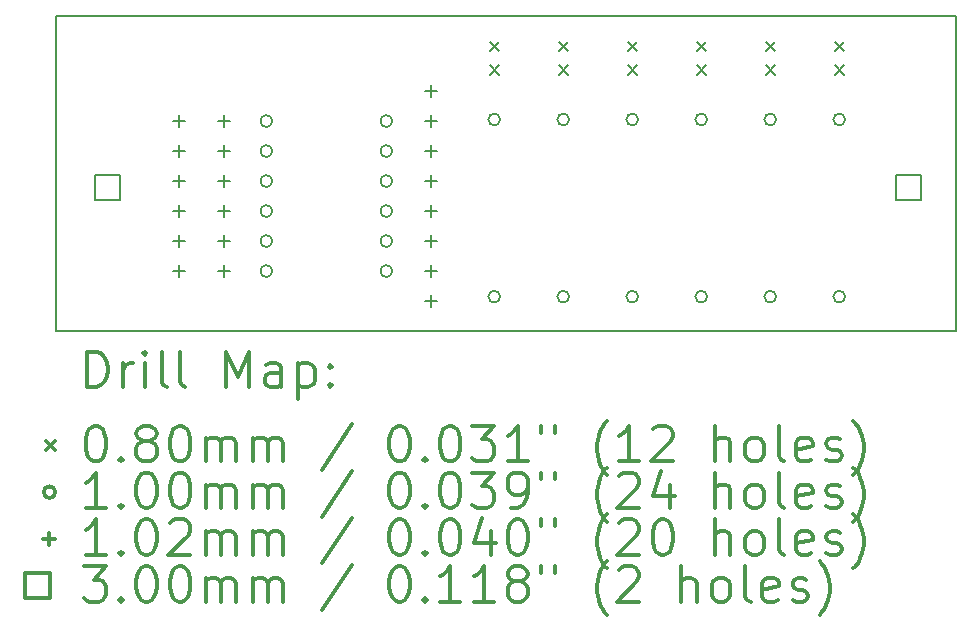
<source format=gbr>
%FSLAX45Y45*%
G04 Gerber Fmt 4.5, Leading zero omitted, Abs format (unit mm)*
G04 Created by KiCad (PCBNEW 0.201601262101+6516~42~ubuntu15.10.1-product) date Wed 27 Jan 2016 02:25:15 PM CET*
%MOMM*%
G01*
G04 APERTURE LIST*
%ADD10C,0.127000*%
%ADD11C,0.150000*%
%ADD12C,0.200000*%
%ADD13C,0.300000*%
G04 APERTURE END LIST*
D10*
D11*
X7620000Y-13360400D02*
X7620000Y-12039600D01*
X15240000Y-13360400D02*
X7620000Y-13360400D01*
X15240000Y-10693400D02*
X15240000Y-13360400D01*
X7620000Y-10693400D02*
X15240000Y-10693400D01*
X7620000Y-12065000D02*
X7620000Y-10693400D01*
D12*
X11288400Y-10910600D02*
X11368400Y-10990600D01*
X11368400Y-10910600D02*
X11288400Y-10990600D01*
X11288400Y-11110600D02*
X11368400Y-11190600D01*
X11368400Y-11110600D02*
X11288400Y-11190600D01*
X11872600Y-10910600D02*
X11952600Y-10990600D01*
X11952600Y-10910600D02*
X11872600Y-10990600D01*
X11872600Y-11110600D02*
X11952600Y-11190600D01*
X11952600Y-11110600D02*
X11872600Y-11190600D01*
X12456800Y-10910600D02*
X12536800Y-10990600D01*
X12536800Y-10910600D02*
X12456800Y-10990600D01*
X12456800Y-11110600D02*
X12536800Y-11190600D01*
X12536800Y-11110600D02*
X12456800Y-11190600D01*
X13041000Y-10910600D02*
X13121000Y-10990600D01*
X13121000Y-10910600D02*
X13041000Y-10990600D01*
X13041000Y-11110600D02*
X13121000Y-11190600D01*
X13121000Y-11110600D02*
X13041000Y-11190600D01*
X13625200Y-10910600D02*
X13705200Y-10990600D01*
X13705200Y-10910600D02*
X13625200Y-10990600D01*
X13625200Y-11110600D02*
X13705200Y-11190600D01*
X13705200Y-11110600D02*
X13625200Y-11190600D01*
X14209400Y-10910600D02*
X14289400Y-10990600D01*
X14289400Y-10910600D02*
X14209400Y-10990600D01*
X14209400Y-11110600D02*
X14289400Y-11190600D01*
X14289400Y-11110600D02*
X14209400Y-11190600D01*
X9448038Y-11582400D02*
G75*
G03X9448038Y-11582400I-50038J0D01*
G01*
X9448038Y-11836400D02*
G75*
G03X9448038Y-11836400I-50038J0D01*
G01*
X9448038Y-12090400D02*
G75*
G03X9448038Y-12090400I-50038J0D01*
G01*
X9448038Y-12344400D02*
G75*
G03X9448038Y-12344400I-50038J0D01*
G01*
X9448038Y-12598400D02*
G75*
G03X9448038Y-12598400I-50038J0D01*
G01*
X9448038Y-12852400D02*
G75*
G03X9448038Y-12852400I-50038J0D01*
G01*
X10464038Y-11582400D02*
G75*
G03X10464038Y-11582400I-50038J0D01*
G01*
X10464038Y-11836400D02*
G75*
G03X10464038Y-11836400I-50038J0D01*
G01*
X10464038Y-12090400D02*
G75*
G03X10464038Y-12090400I-50038J0D01*
G01*
X10464038Y-12344400D02*
G75*
G03X10464038Y-12344400I-50038J0D01*
G01*
X10464038Y-12598400D02*
G75*
G03X10464038Y-12598400I-50038J0D01*
G01*
X10464038Y-12852400D02*
G75*
G03X10464038Y-12852400I-50038J0D01*
G01*
X11378438Y-11569000D02*
G75*
G03X11378438Y-11569000I-50038J0D01*
G01*
X11378438Y-13069000D02*
G75*
G03X11378438Y-13069000I-50038J0D01*
G01*
X11962638Y-11569000D02*
G75*
G03X11962638Y-11569000I-50038J0D01*
G01*
X11962638Y-13069000D02*
G75*
G03X11962638Y-13069000I-50038J0D01*
G01*
X12546838Y-11569000D02*
G75*
G03X12546838Y-11569000I-50038J0D01*
G01*
X12546838Y-13069000D02*
G75*
G03X12546838Y-13069000I-50038J0D01*
G01*
X13131038Y-11569000D02*
G75*
G03X13131038Y-11569000I-50038J0D01*
G01*
X13131038Y-13069000D02*
G75*
G03X13131038Y-13069000I-50038J0D01*
G01*
X13715238Y-11569000D02*
G75*
G03X13715238Y-11569000I-50038J0D01*
G01*
X13715238Y-13069000D02*
G75*
G03X13715238Y-13069000I-50038J0D01*
G01*
X14299438Y-11569000D02*
G75*
G03X14299438Y-11569000I-50038J0D01*
G01*
X14299438Y-13069000D02*
G75*
G03X14299438Y-13069000I-50038J0D01*
G01*
X8661400Y-11531600D02*
X8661400Y-11633200D01*
X8610600Y-11582400D02*
X8712200Y-11582400D01*
X8661400Y-11785600D02*
X8661400Y-11887200D01*
X8610600Y-11836400D02*
X8712200Y-11836400D01*
X8661400Y-12039600D02*
X8661400Y-12141200D01*
X8610600Y-12090400D02*
X8712200Y-12090400D01*
X8661400Y-12293600D02*
X8661400Y-12395200D01*
X8610600Y-12344400D02*
X8712200Y-12344400D01*
X8661400Y-12547600D02*
X8661400Y-12649200D01*
X8610600Y-12598400D02*
X8712200Y-12598400D01*
X8661400Y-12801600D02*
X8661400Y-12903200D01*
X8610600Y-12852400D02*
X8712200Y-12852400D01*
X9042400Y-11531600D02*
X9042400Y-11633200D01*
X8991600Y-11582400D02*
X9093200Y-11582400D01*
X9042400Y-11785600D02*
X9042400Y-11887200D01*
X8991600Y-11836400D02*
X9093200Y-11836400D01*
X9042400Y-12039600D02*
X9042400Y-12141200D01*
X8991600Y-12090400D02*
X9093200Y-12090400D01*
X9042400Y-12293600D02*
X9042400Y-12395200D01*
X8991600Y-12344400D02*
X9093200Y-12344400D01*
X9042400Y-12547600D02*
X9042400Y-12649200D01*
X8991600Y-12598400D02*
X9093200Y-12598400D01*
X9042400Y-12801600D02*
X9042400Y-12903200D01*
X8991600Y-12852400D02*
X9093200Y-12852400D01*
X10795000Y-11277600D02*
X10795000Y-11379200D01*
X10744200Y-11328400D02*
X10845800Y-11328400D01*
X10795000Y-11531600D02*
X10795000Y-11633200D01*
X10744200Y-11582400D02*
X10845800Y-11582400D01*
X10795000Y-11785600D02*
X10795000Y-11887200D01*
X10744200Y-11836400D02*
X10845800Y-11836400D01*
X10795000Y-12039600D02*
X10795000Y-12141200D01*
X10744200Y-12090400D02*
X10845800Y-12090400D01*
X10795000Y-12293600D02*
X10795000Y-12395200D01*
X10744200Y-12344400D02*
X10845800Y-12344400D01*
X10795000Y-12547600D02*
X10795000Y-12649200D01*
X10744200Y-12598400D02*
X10845800Y-12598400D01*
X10795000Y-12801600D02*
X10795000Y-12903200D01*
X10744200Y-12852400D02*
X10845800Y-12852400D01*
X10795000Y-13055600D02*
X10795000Y-13157200D01*
X10744200Y-13106400D02*
X10845800Y-13106400D01*
X8157867Y-12247267D02*
X8157867Y-12035133D01*
X7945733Y-12035133D01*
X7945733Y-12247267D01*
X8157867Y-12247267D01*
X14939667Y-12247267D02*
X14939667Y-12035133D01*
X14727533Y-12035133D01*
X14727533Y-12247267D01*
X14939667Y-12247267D01*
D13*
X7883928Y-13833614D02*
X7883928Y-13533614D01*
X7955357Y-13533614D01*
X7998214Y-13547900D01*
X8026786Y-13576471D01*
X8041071Y-13605043D01*
X8055357Y-13662186D01*
X8055357Y-13705043D01*
X8041071Y-13762186D01*
X8026786Y-13790757D01*
X7998214Y-13819329D01*
X7955357Y-13833614D01*
X7883928Y-13833614D01*
X8183928Y-13833614D02*
X8183928Y-13633614D01*
X8183928Y-13690757D02*
X8198214Y-13662186D01*
X8212500Y-13647900D01*
X8241071Y-13633614D01*
X8269643Y-13633614D01*
X8369643Y-13833614D02*
X8369643Y-13633614D01*
X8369643Y-13533614D02*
X8355357Y-13547900D01*
X8369643Y-13562186D01*
X8383928Y-13547900D01*
X8369643Y-13533614D01*
X8369643Y-13562186D01*
X8555357Y-13833614D02*
X8526786Y-13819329D01*
X8512500Y-13790757D01*
X8512500Y-13533614D01*
X8712500Y-13833614D02*
X8683929Y-13819329D01*
X8669643Y-13790757D01*
X8669643Y-13533614D01*
X9055357Y-13833614D02*
X9055357Y-13533614D01*
X9155357Y-13747900D01*
X9255357Y-13533614D01*
X9255357Y-13833614D01*
X9526786Y-13833614D02*
X9526786Y-13676471D01*
X9512500Y-13647900D01*
X9483929Y-13633614D01*
X9426786Y-13633614D01*
X9398214Y-13647900D01*
X9526786Y-13819329D02*
X9498214Y-13833614D01*
X9426786Y-13833614D01*
X9398214Y-13819329D01*
X9383929Y-13790757D01*
X9383929Y-13762186D01*
X9398214Y-13733614D01*
X9426786Y-13719329D01*
X9498214Y-13719329D01*
X9526786Y-13705043D01*
X9669643Y-13633614D02*
X9669643Y-13933614D01*
X9669643Y-13647900D02*
X9698214Y-13633614D01*
X9755357Y-13633614D01*
X9783929Y-13647900D01*
X9798214Y-13662186D01*
X9812500Y-13690757D01*
X9812500Y-13776471D01*
X9798214Y-13805043D01*
X9783929Y-13819329D01*
X9755357Y-13833614D01*
X9698214Y-13833614D01*
X9669643Y-13819329D01*
X9941071Y-13805043D02*
X9955357Y-13819329D01*
X9941071Y-13833614D01*
X9926786Y-13819329D01*
X9941071Y-13805043D01*
X9941071Y-13833614D01*
X9941071Y-13647900D02*
X9955357Y-13662186D01*
X9941071Y-13676471D01*
X9926786Y-13662186D01*
X9941071Y-13647900D01*
X9941071Y-13676471D01*
X7532500Y-14287900D02*
X7612500Y-14367900D01*
X7612500Y-14287900D02*
X7532500Y-14367900D01*
X7941071Y-14163614D02*
X7969643Y-14163614D01*
X7998214Y-14177900D01*
X8012500Y-14192186D01*
X8026786Y-14220757D01*
X8041071Y-14277900D01*
X8041071Y-14349329D01*
X8026786Y-14406471D01*
X8012500Y-14435043D01*
X7998214Y-14449329D01*
X7969643Y-14463614D01*
X7941071Y-14463614D01*
X7912500Y-14449329D01*
X7898214Y-14435043D01*
X7883928Y-14406471D01*
X7869643Y-14349329D01*
X7869643Y-14277900D01*
X7883928Y-14220757D01*
X7898214Y-14192186D01*
X7912500Y-14177900D01*
X7941071Y-14163614D01*
X8169643Y-14435043D02*
X8183928Y-14449329D01*
X8169643Y-14463614D01*
X8155357Y-14449329D01*
X8169643Y-14435043D01*
X8169643Y-14463614D01*
X8355357Y-14292186D02*
X8326786Y-14277900D01*
X8312500Y-14263614D01*
X8298214Y-14235043D01*
X8298214Y-14220757D01*
X8312500Y-14192186D01*
X8326786Y-14177900D01*
X8355357Y-14163614D01*
X8412500Y-14163614D01*
X8441071Y-14177900D01*
X8455357Y-14192186D01*
X8469643Y-14220757D01*
X8469643Y-14235043D01*
X8455357Y-14263614D01*
X8441071Y-14277900D01*
X8412500Y-14292186D01*
X8355357Y-14292186D01*
X8326786Y-14306471D01*
X8312500Y-14320757D01*
X8298214Y-14349329D01*
X8298214Y-14406471D01*
X8312500Y-14435043D01*
X8326786Y-14449329D01*
X8355357Y-14463614D01*
X8412500Y-14463614D01*
X8441071Y-14449329D01*
X8455357Y-14435043D01*
X8469643Y-14406471D01*
X8469643Y-14349329D01*
X8455357Y-14320757D01*
X8441071Y-14306471D01*
X8412500Y-14292186D01*
X8655357Y-14163614D02*
X8683929Y-14163614D01*
X8712500Y-14177900D01*
X8726786Y-14192186D01*
X8741071Y-14220757D01*
X8755357Y-14277900D01*
X8755357Y-14349329D01*
X8741071Y-14406471D01*
X8726786Y-14435043D01*
X8712500Y-14449329D01*
X8683929Y-14463614D01*
X8655357Y-14463614D01*
X8626786Y-14449329D01*
X8612500Y-14435043D01*
X8598214Y-14406471D01*
X8583929Y-14349329D01*
X8583929Y-14277900D01*
X8598214Y-14220757D01*
X8612500Y-14192186D01*
X8626786Y-14177900D01*
X8655357Y-14163614D01*
X8883929Y-14463614D02*
X8883929Y-14263614D01*
X8883929Y-14292186D02*
X8898214Y-14277900D01*
X8926786Y-14263614D01*
X8969643Y-14263614D01*
X8998214Y-14277900D01*
X9012500Y-14306471D01*
X9012500Y-14463614D01*
X9012500Y-14306471D02*
X9026786Y-14277900D01*
X9055357Y-14263614D01*
X9098214Y-14263614D01*
X9126786Y-14277900D01*
X9141071Y-14306471D01*
X9141071Y-14463614D01*
X9283929Y-14463614D02*
X9283929Y-14263614D01*
X9283929Y-14292186D02*
X9298214Y-14277900D01*
X9326786Y-14263614D01*
X9369643Y-14263614D01*
X9398214Y-14277900D01*
X9412500Y-14306471D01*
X9412500Y-14463614D01*
X9412500Y-14306471D02*
X9426786Y-14277900D01*
X9455357Y-14263614D01*
X9498214Y-14263614D01*
X9526786Y-14277900D01*
X9541071Y-14306471D01*
X9541071Y-14463614D01*
X10126786Y-14149329D02*
X9869643Y-14535043D01*
X10512500Y-14163614D02*
X10541071Y-14163614D01*
X10569643Y-14177900D01*
X10583928Y-14192186D01*
X10598214Y-14220757D01*
X10612500Y-14277900D01*
X10612500Y-14349329D01*
X10598214Y-14406471D01*
X10583928Y-14435043D01*
X10569643Y-14449329D01*
X10541071Y-14463614D01*
X10512500Y-14463614D01*
X10483928Y-14449329D01*
X10469643Y-14435043D01*
X10455357Y-14406471D01*
X10441071Y-14349329D01*
X10441071Y-14277900D01*
X10455357Y-14220757D01*
X10469643Y-14192186D01*
X10483928Y-14177900D01*
X10512500Y-14163614D01*
X10741071Y-14435043D02*
X10755357Y-14449329D01*
X10741071Y-14463614D01*
X10726786Y-14449329D01*
X10741071Y-14435043D01*
X10741071Y-14463614D01*
X10941071Y-14163614D02*
X10969643Y-14163614D01*
X10998214Y-14177900D01*
X11012500Y-14192186D01*
X11026786Y-14220757D01*
X11041071Y-14277900D01*
X11041071Y-14349329D01*
X11026786Y-14406471D01*
X11012500Y-14435043D01*
X10998214Y-14449329D01*
X10969643Y-14463614D01*
X10941071Y-14463614D01*
X10912500Y-14449329D01*
X10898214Y-14435043D01*
X10883928Y-14406471D01*
X10869643Y-14349329D01*
X10869643Y-14277900D01*
X10883928Y-14220757D01*
X10898214Y-14192186D01*
X10912500Y-14177900D01*
X10941071Y-14163614D01*
X11141071Y-14163614D02*
X11326785Y-14163614D01*
X11226785Y-14277900D01*
X11269643Y-14277900D01*
X11298214Y-14292186D01*
X11312500Y-14306471D01*
X11326785Y-14335043D01*
X11326785Y-14406471D01*
X11312500Y-14435043D01*
X11298214Y-14449329D01*
X11269643Y-14463614D01*
X11183928Y-14463614D01*
X11155357Y-14449329D01*
X11141071Y-14435043D01*
X11612500Y-14463614D02*
X11441071Y-14463614D01*
X11526785Y-14463614D02*
X11526785Y-14163614D01*
X11498214Y-14206471D01*
X11469643Y-14235043D01*
X11441071Y-14249329D01*
X11726786Y-14163614D02*
X11726786Y-14220757D01*
X11841071Y-14163614D02*
X11841071Y-14220757D01*
X12283928Y-14577900D02*
X12269643Y-14563614D01*
X12241071Y-14520757D01*
X12226785Y-14492186D01*
X12212500Y-14449329D01*
X12198214Y-14377900D01*
X12198214Y-14320757D01*
X12212500Y-14249329D01*
X12226785Y-14206471D01*
X12241071Y-14177900D01*
X12269643Y-14135043D01*
X12283928Y-14120757D01*
X12555357Y-14463614D02*
X12383928Y-14463614D01*
X12469643Y-14463614D02*
X12469643Y-14163614D01*
X12441071Y-14206471D01*
X12412500Y-14235043D01*
X12383928Y-14249329D01*
X12669643Y-14192186D02*
X12683928Y-14177900D01*
X12712500Y-14163614D01*
X12783928Y-14163614D01*
X12812500Y-14177900D01*
X12826785Y-14192186D01*
X12841071Y-14220757D01*
X12841071Y-14249329D01*
X12826785Y-14292186D01*
X12655357Y-14463614D01*
X12841071Y-14463614D01*
X13198214Y-14463614D02*
X13198214Y-14163614D01*
X13326785Y-14463614D02*
X13326785Y-14306471D01*
X13312500Y-14277900D01*
X13283928Y-14263614D01*
X13241071Y-14263614D01*
X13212500Y-14277900D01*
X13198214Y-14292186D01*
X13512500Y-14463614D02*
X13483928Y-14449329D01*
X13469643Y-14435043D01*
X13455357Y-14406471D01*
X13455357Y-14320757D01*
X13469643Y-14292186D01*
X13483928Y-14277900D01*
X13512500Y-14263614D01*
X13555357Y-14263614D01*
X13583928Y-14277900D01*
X13598214Y-14292186D01*
X13612500Y-14320757D01*
X13612500Y-14406471D01*
X13598214Y-14435043D01*
X13583928Y-14449329D01*
X13555357Y-14463614D01*
X13512500Y-14463614D01*
X13783928Y-14463614D02*
X13755357Y-14449329D01*
X13741071Y-14420757D01*
X13741071Y-14163614D01*
X14012500Y-14449329D02*
X13983928Y-14463614D01*
X13926786Y-14463614D01*
X13898214Y-14449329D01*
X13883928Y-14420757D01*
X13883928Y-14306471D01*
X13898214Y-14277900D01*
X13926786Y-14263614D01*
X13983928Y-14263614D01*
X14012500Y-14277900D01*
X14026786Y-14306471D01*
X14026786Y-14335043D01*
X13883928Y-14363614D01*
X14141071Y-14449329D02*
X14169643Y-14463614D01*
X14226786Y-14463614D01*
X14255357Y-14449329D01*
X14269643Y-14420757D01*
X14269643Y-14406471D01*
X14255357Y-14377900D01*
X14226786Y-14363614D01*
X14183928Y-14363614D01*
X14155357Y-14349329D01*
X14141071Y-14320757D01*
X14141071Y-14306471D01*
X14155357Y-14277900D01*
X14183928Y-14263614D01*
X14226786Y-14263614D01*
X14255357Y-14277900D01*
X14369643Y-14577900D02*
X14383928Y-14563614D01*
X14412500Y-14520757D01*
X14426786Y-14492186D01*
X14441071Y-14449329D01*
X14455357Y-14377900D01*
X14455357Y-14320757D01*
X14441071Y-14249329D01*
X14426786Y-14206471D01*
X14412500Y-14177900D01*
X14383928Y-14135043D01*
X14369643Y-14120757D01*
X7612500Y-14723900D02*
G75*
G03X7612500Y-14723900I-50038J0D01*
G01*
X8041071Y-14859614D02*
X7869643Y-14859614D01*
X7955357Y-14859614D02*
X7955357Y-14559614D01*
X7926786Y-14602471D01*
X7898214Y-14631043D01*
X7869643Y-14645329D01*
X8169643Y-14831043D02*
X8183928Y-14845329D01*
X8169643Y-14859614D01*
X8155357Y-14845329D01*
X8169643Y-14831043D01*
X8169643Y-14859614D01*
X8369643Y-14559614D02*
X8398214Y-14559614D01*
X8426786Y-14573900D01*
X8441071Y-14588186D01*
X8455357Y-14616757D01*
X8469643Y-14673900D01*
X8469643Y-14745329D01*
X8455357Y-14802471D01*
X8441071Y-14831043D01*
X8426786Y-14845329D01*
X8398214Y-14859614D01*
X8369643Y-14859614D01*
X8341071Y-14845329D01*
X8326786Y-14831043D01*
X8312500Y-14802471D01*
X8298214Y-14745329D01*
X8298214Y-14673900D01*
X8312500Y-14616757D01*
X8326786Y-14588186D01*
X8341071Y-14573900D01*
X8369643Y-14559614D01*
X8655357Y-14559614D02*
X8683929Y-14559614D01*
X8712500Y-14573900D01*
X8726786Y-14588186D01*
X8741071Y-14616757D01*
X8755357Y-14673900D01*
X8755357Y-14745329D01*
X8741071Y-14802471D01*
X8726786Y-14831043D01*
X8712500Y-14845329D01*
X8683929Y-14859614D01*
X8655357Y-14859614D01*
X8626786Y-14845329D01*
X8612500Y-14831043D01*
X8598214Y-14802471D01*
X8583929Y-14745329D01*
X8583929Y-14673900D01*
X8598214Y-14616757D01*
X8612500Y-14588186D01*
X8626786Y-14573900D01*
X8655357Y-14559614D01*
X8883929Y-14859614D02*
X8883929Y-14659614D01*
X8883929Y-14688186D02*
X8898214Y-14673900D01*
X8926786Y-14659614D01*
X8969643Y-14659614D01*
X8998214Y-14673900D01*
X9012500Y-14702471D01*
X9012500Y-14859614D01*
X9012500Y-14702471D02*
X9026786Y-14673900D01*
X9055357Y-14659614D01*
X9098214Y-14659614D01*
X9126786Y-14673900D01*
X9141071Y-14702471D01*
X9141071Y-14859614D01*
X9283929Y-14859614D02*
X9283929Y-14659614D01*
X9283929Y-14688186D02*
X9298214Y-14673900D01*
X9326786Y-14659614D01*
X9369643Y-14659614D01*
X9398214Y-14673900D01*
X9412500Y-14702471D01*
X9412500Y-14859614D01*
X9412500Y-14702471D02*
X9426786Y-14673900D01*
X9455357Y-14659614D01*
X9498214Y-14659614D01*
X9526786Y-14673900D01*
X9541071Y-14702471D01*
X9541071Y-14859614D01*
X10126786Y-14545329D02*
X9869643Y-14931043D01*
X10512500Y-14559614D02*
X10541071Y-14559614D01*
X10569643Y-14573900D01*
X10583928Y-14588186D01*
X10598214Y-14616757D01*
X10612500Y-14673900D01*
X10612500Y-14745329D01*
X10598214Y-14802471D01*
X10583928Y-14831043D01*
X10569643Y-14845329D01*
X10541071Y-14859614D01*
X10512500Y-14859614D01*
X10483928Y-14845329D01*
X10469643Y-14831043D01*
X10455357Y-14802471D01*
X10441071Y-14745329D01*
X10441071Y-14673900D01*
X10455357Y-14616757D01*
X10469643Y-14588186D01*
X10483928Y-14573900D01*
X10512500Y-14559614D01*
X10741071Y-14831043D02*
X10755357Y-14845329D01*
X10741071Y-14859614D01*
X10726786Y-14845329D01*
X10741071Y-14831043D01*
X10741071Y-14859614D01*
X10941071Y-14559614D02*
X10969643Y-14559614D01*
X10998214Y-14573900D01*
X11012500Y-14588186D01*
X11026786Y-14616757D01*
X11041071Y-14673900D01*
X11041071Y-14745329D01*
X11026786Y-14802471D01*
X11012500Y-14831043D01*
X10998214Y-14845329D01*
X10969643Y-14859614D01*
X10941071Y-14859614D01*
X10912500Y-14845329D01*
X10898214Y-14831043D01*
X10883928Y-14802471D01*
X10869643Y-14745329D01*
X10869643Y-14673900D01*
X10883928Y-14616757D01*
X10898214Y-14588186D01*
X10912500Y-14573900D01*
X10941071Y-14559614D01*
X11141071Y-14559614D02*
X11326785Y-14559614D01*
X11226785Y-14673900D01*
X11269643Y-14673900D01*
X11298214Y-14688186D01*
X11312500Y-14702471D01*
X11326785Y-14731043D01*
X11326785Y-14802471D01*
X11312500Y-14831043D01*
X11298214Y-14845329D01*
X11269643Y-14859614D01*
X11183928Y-14859614D01*
X11155357Y-14845329D01*
X11141071Y-14831043D01*
X11469643Y-14859614D02*
X11526785Y-14859614D01*
X11555357Y-14845329D01*
X11569643Y-14831043D01*
X11598214Y-14788186D01*
X11612500Y-14731043D01*
X11612500Y-14616757D01*
X11598214Y-14588186D01*
X11583928Y-14573900D01*
X11555357Y-14559614D01*
X11498214Y-14559614D01*
X11469643Y-14573900D01*
X11455357Y-14588186D01*
X11441071Y-14616757D01*
X11441071Y-14688186D01*
X11455357Y-14716757D01*
X11469643Y-14731043D01*
X11498214Y-14745329D01*
X11555357Y-14745329D01*
X11583928Y-14731043D01*
X11598214Y-14716757D01*
X11612500Y-14688186D01*
X11726786Y-14559614D02*
X11726786Y-14616757D01*
X11841071Y-14559614D02*
X11841071Y-14616757D01*
X12283928Y-14973900D02*
X12269643Y-14959614D01*
X12241071Y-14916757D01*
X12226785Y-14888186D01*
X12212500Y-14845329D01*
X12198214Y-14773900D01*
X12198214Y-14716757D01*
X12212500Y-14645329D01*
X12226785Y-14602471D01*
X12241071Y-14573900D01*
X12269643Y-14531043D01*
X12283928Y-14516757D01*
X12383928Y-14588186D02*
X12398214Y-14573900D01*
X12426785Y-14559614D01*
X12498214Y-14559614D01*
X12526785Y-14573900D01*
X12541071Y-14588186D01*
X12555357Y-14616757D01*
X12555357Y-14645329D01*
X12541071Y-14688186D01*
X12369643Y-14859614D01*
X12555357Y-14859614D01*
X12812500Y-14659614D02*
X12812500Y-14859614D01*
X12741071Y-14545329D02*
X12669643Y-14759614D01*
X12855357Y-14759614D01*
X13198214Y-14859614D02*
X13198214Y-14559614D01*
X13326785Y-14859614D02*
X13326785Y-14702471D01*
X13312500Y-14673900D01*
X13283928Y-14659614D01*
X13241071Y-14659614D01*
X13212500Y-14673900D01*
X13198214Y-14688186D01*
X13512500Y-14859614D02*
X13483928Y-14845329D01*
X13469643Y-14831043D01*
X13455357Y-14802471D01*
X13455357Y-14716757D01*
X13469643Y-14688186D01*
X13483928Y-14673900D01*
X13512500Y-14659614D01*
X13555357Y-14659614D01*
X13583928Y-14673900D01*
X13598214Y-14688186D01*
X13612500Y-14716757D01*
X13612500Y-14802471D01*
X13598214Y-14831043D01*
X13583928Y-14845329D01*
X13555357Y-14859614D01*
X13512500Y-14859614D01*
X13783928Y-14859614D02*
X13755357Y-14845329D01*
X13741071Y-14816757D01*
X13741071Y-14559614D01*
X14012500Y-14845329D02*
X13983928Y-14859614D01*
X13926786Y-14859614D01*
X13898214Y-14845329D01*
X13883928Y-14816757D01*
X13883928Y-14702471D01*
X13898214Y-14673900D01*
X13926786Y-14659614D01*
X13983928Y-14659614D01*
X14012500Y-14673900D01*
X14026786Y-14702471D01*
X14026786Y-14731043D01*
X13883928Y-14759614D01*
X14141071Y-14845329D02*
X14169643Y-14859614D01*
X14226786Y-14859614D01*
X14255357Y-14845329D01*
X14269643Y-14816757D01*
X14269643Y-14802471D01*
X14255357Y-14773900D01*
X14226786Y-14759614D01*
X14183928Y-14759614D01*
X14155357Y-14745329D01*
X14141071Y-14716757D01*
X14141071Y-14702471D01*
X14155357Y-14673900D01*
X14183928Y-14659614D01*
X14226786Y-14659614D01*
X14255357Y-14673900D01*
X14369643Y-14973900D02*
X14383928Y-14959614D01*
X14412500Y-14916757D01*
X14426786Y-14888186D01*
X14441071Y-14845329D01*
X14455357Y-14773900D01*
X14455357Y-14716757D01*
X14441071Y-14645329D01*
X14426786Y-14602471D01*
X14412500Y-14573900D01*
X14383928Y-14531043D01*
X14369643Y-14516757D01*
X7561700Y-15069100D02*
X7561700Y-15170700D01*
X7510900Y-15119900D02*
X7612500Y-15119900D01*
X8041071Y-15255614D02*
X7869643Y-15255614D01*
X7955357Y-15255614D02*
X7955357Y-14955614D01*
X7926786Y-14998471D01*
X7898214Y-15027043D01*
X7869643Y-15041329D01*
X8169643Y-15227043D02*
X8183928Y-15241329D01*
X8169643Y-15255614D01*
X8155357Y-15241329D01*
X8169643Y-15227043D01*
X8169643Y-15255614D01*
X8369643Y-14955614D02*
X8398214Y-14955614D01*
X8426786Y-14969900D01*
X8441071Y-14984186D01*
X8455357Y-15012757D01*
X8469643Y-15069900D01*
X8469643Y-15141329D01*
X8455357Y-15198471D01*
X8441071Y-15227043D01*
X8426786Y-15241329D01*
X8398214Y-15255614D01*
X8369643Y-15255614D01*
X8341071Y-15241329D01*
X8326786Y-15227043D01*
X8312500Y-15198471D01*
X8298214Y-15141329D01*
X8298214Y-15069900D01*
X8312500Y-15012757D01*
X8326786Y-14984186D01*
X8341071Y-14969900D01*
X8369643Y-14955614D01*
X8583929Y-14984186D02*
X8598214Y-14969900D01*
X8626786Y-14955614D01*
X8698214Y-14955614D01*
X8726786Y-14969900D01*
X8741071Y-14984186D01*
X8755357Y-15012757D01*
X8755357Y-15041329D01*
X8741071Y-15084186D01*
X8569643Y-15255614D01*
X8755357Y-15255614D01*
X8883929Y-15255614D02*
X8883929Y-15055614D01*
X8883929Y-15084186D02*
X8898214Y-15069900D01*
X8926786Y-15055614D01*
X8969643Y-15055614D01*
X8998214Y-15069900D01*
X9012500Y-15098471D01*
X9012500Y-15255614D01*
X9012500Y-15098471D02*
X9026786Y-15069900D01*
X9055357Y-15055614D01*
X9098214Y-15055614D01*
X9126786Y-15069900D01*
X9141071Y-15098471D01*
X9141071Y-15255614D01*
X9283929Y-15255614D02*
X9283929Y-15055614D01*
X9283929Y-15084186D02*
X9298214Y-15069900D01*
X9326786Y-15055614D01*
X9369643Y-15055614D01*
X9398214Y-15069900D01*
X9412500Y-15098471D01*
X9412500Y-15255614D01*
X9412500Y-15098471D02*
X9426786Y-15069900D01*
X9455357Y-15055614D01*
X9498214Y-15055614D01*
X9526786Y-15069900D01*
X9541071Y-15098471D01*
X9541071Y-15255614D01*
X10126786Y-14941329D02*
X9869643Y-15327043D01*
X10512500Y-14955614D02*
X10541071Y-14955614D01*
X10569643Y-14969900D01*
X10583928Y-14984186D01*
X10598214Y-15012757D01*
X10612500Y-15069900D01*
X10612500Y-15141329D01*
X10598214Y-15198471D01*
X10583928Y-15227043D01*
X10569643Y-15241329D01*
X10541071Y-15255614D01*
X10512500Y-15255614D01*
X10483928Y-15241329D01*
X10469643Y-15227043D01*
X10455357Y-15198471D01*
X10441071Y-15141329D01*
X10441071Y-15069900D01*
X10455357Y-15012757D01*
X10469643Y-14984186D01*
X10483928Y-14969900D01*
X10512500Y-14955614D01*
X10741071Y-15227043D02*
X10755357Y-15241329D01*
X10741071Y-15255614D01*
X10726786Y-15241329D01*
X10741071Y-15227043D01*
X10741071Y-15255614D01*
X10941071Y-14955614D02*
X10969643Y-14955614D01*
X10998214Y-14969900D01*
X11012500Y-14984186D01*
X11026786Y-15012757D01*
X11041071Y-15069900D01*
X11041071Y-15141329D01*
X11026786Y-15198471D01*
X11012500Y-15227043D01*
X10998214Y-15241329D01*
X10969643Y-15255614D01*
X10941071Y-15255614D01*
X10912500Y-15241329D01*
X10898214Y-15227043D01*
X10883928Y-15198471D01*
X10869643Y-15141329D01*
X10869643Y-15069900D01*
X10883928Y-15012757D01*
X10898214Y-14984186D01*
X10912500Y-14969900D01*
X10941071Y-14955614D01*
X11298214Y-15055614D02*
X11298214Y-15255614D01*
X11226785Y-14941329D02*
X11155357Y-15155614D01*
X11341071Y-15155614D01*
X11512500Y-14955614D02*
X11541071Y-14955614D01*
X11569643Y-14969900D01*
X11583928Y-14984186D01*
X11598214Y-15012757D01*
X11612500Y-15069900D01*
X11612500Y-15141329D01*
X11598214Y-15198471D01*
X11583928Y-15227043D01*
X11569643Y-15241329D01*
X11541071Y-15255614D01*
X11512500Y-15255614D01*
X11483928Y-15241329D01*
X11469643Y-15227043D01*
X11455357Y-15198471D01*
X11441071Y-15141329D01*
X11441071Y-15069900D01*
X11455357Y-15012757D01*
X11469643Y-14984186D01*
X11483928Y-14969900D01*
X11512500Y-14955614D01*
X11726786Y-14955614D02*
X11726786Y-15012757D01*
X11841071Y-14955614D02*
X11841071Y-15012757D01*
X12283928Y-15369900D02*
X12269643Y-15355614D01*
X12241071Y-15312757D01*
X12226785Y-15284186D01*
X12212500Y-15241329D01*
X12198214Y-15169900D01*
X12198214Y-15112757D01*
X12212500Y-15041329D01*
X12226785Y-14998471D01*
X12241071Y-14969900D01*
X12269643Y-14927043D01*
X12283928Y-14912757D01*
X12383928Y-14984186D02*
X12398214Y-14969900D01*
X12426785Y-14955614D01*
X12498214Y-14955614D01*
X12526785Y-14969900D01*
X12541071Y-14984186D01*
X12555357Y-15012757D01*
X12555357Y-15041329D01*
X12541071Y-15084186D01*
X12369643Y-15255614D01*
X12555357Y-15255614D01*
X12741071Y-14955614D02*
X12769643Y-14955614D01*
X12798214Y-14969900D01*
X12812500Y-14984186D01*
X12826785Y-15012757D01*
X12841071Y-15069900D01*
X12841071Y-15141329D01*
X12826785Y-15198471D01*
X12812500Y-15227043D01*
X12798214Y-15241329D01*
X12769643Y-15255614D01*
X12741071Y-15255614D01*
X12712500Y-15241329D01*
X12698214Y-15227043D01*
X12683928Y-15198471D01*
X12669643Y-15141329D01*
X12669643Y-15069900D01*
X12683928Y-15012757D01*
X12698214Y-14984186D01*
X12712500Y-14969900D01*
X12741071Y-14955614D01*
X13198214Y-15255614D02*
X13198214Y-14955614D01*
X13326785Y-15255614D02*
X13326785Y-15098471D01*
X13312500Y-15069900D01*
X13283928Y-15055614D01*
X13241071Y-15055614D01*
X13212500Y-15069900D01*
X13198214Y-15084186D01*
X13512500Y-15255614D02*
X13483928Y-15241329D01*
X13469643Y-15227043D01*
X13455357Y-15198471D01*
X13455357Y-15112757D01*
X13469643Y-15084186D01*
X13483928Y-15069900D01*
X13512500Y-15055614D01*
X13555357Y-15055614D01*
X13583928Y-15069900D01*
X13598214Y-15084186D01*
X13612500Y-15112757D01*
X13612500Y-15198471D01*
X13598214Y-15227043D01*
X13583928Y-15241329D01*
X13555357Y-15255614D01*
X13512500Y-15255614D01*
X13783928Y-15255614D02*
X13755357Y-15241329D01*
X13741071Y-15212757D01*
X13741071Y-14955614D01*
X14012500Y-15241329D02*
X13983928Y-15255614D01*
X13926786Y-15255614D01*
X13898214Y-15241329D01*
X13883928Y-15212757D01*
X13883928Y-15098471D01*
X13898214Y-15069900D01*
X13926786Y-15055614D01*
X13983928Y-15055614D01*
X14012500Y-15069900D01*
X14026786Y-15098471D01*
X14026786Y-15127043D01*
X13883928Y-15155614D01*
X14141071Y-15241329D02*
X14169643Y-15255614D01*
X14226786Y-15255614D01*
X14255357Y-15241329D01*
X14269643Y-15212757D01*
X14269643Y-15198471D01*
X14255357Y-15169900D01*
X14226786Y-15155614D01*
X14183928Y-15155614D01*
X14155357Y-15141329D01*
X14141071Y-15112757D01*
X14141071Y-15098471D01*
X14155357Y-15069900D01*
X14183928Y-15055614D01*
X14226786Y-15055614D01*
X14255357Y-15069900D01*
X14369643Y-15369900D02*
X14383928Y-15355614D01*
X14412500Y-15312757D01*
X14426786Y-15284186D01*
X14441071Y-15241329D01*
X14455357Y-15169900D01*
X14455357Y-15112757D01*
X14441071Y-15041329D01*
X14426786Y-14998471D01*
X14412500Y-14969900D01*
X14383928Y-14927043D01*
X14369643Y-14912757D01*
X7568567Y-15621967D02*
X7568567Y-15409833D01*
X7356433Y-15409833D01*
X7356433Y-15621967D01*
X7568567Y-15621967D01*
X7855357Y-15351614D02*
X8041071Y-15351614D01*
X7941071Y-15465900D01*
X7983928Y-15465900D01*
X8012500Y-15480186D01*
X8026786Y-15494471D01*
X8041071Y-15523043D01*
X8041071Y-15594471D01*
X8026786Y-15623043D01*
X8012500Y-15637329D01*
X7983928Y-15651614D01*
X7898214Y-15651614D01*
X7869643Y-15637329D01*
X7855357Y-15623043D01*
X8169643Y-15623043D02*
X8183928Y-15637329D01*
X8169643Y-15651614D01*
X8155357Y-15637329D01*
X8169643Y-15623043D01*
X8169643Y-15651614D01*
X8369643Y-15351614D02*
X8398214Y-15351614D01*
X8426786Y-15365900D01*
X8441071Y-15380186D01*
X8455357Y-15408757D01*
X8469643Y-15465900D01*
X8469643Y-15537329D01*
X8455357Y-15594471D01*
X8441071Y-15623043D01*
X8426786Y-15637329D01*
X8398214Y-15651614D01*
X8369643Y-15651614D01*
X8341071Y-15637329D01*
X8326786Y-15623043D01*
X8312500Y-15594471D01*
X8298214Y-15537329D01*
X8298214Y-15465900D01*
X8312500Y-15408757D01*
X8326786Y-15380186D01*
X8341071Y-15365900D01*
X8369643Y-15351614D01*
X8655357Y-15351614D02*
X8683929Y-15351614D01*
X8712500Y-15365900D01*
X8726786Y-15380186D01*
X8741071Y-15408757D01*
X8755357Y-15465900D01*
X8755357Y-15537329D01*
X8741071Y-15594471D01*
X8726786Y-15623043D01*
X8712500Y-15637329D01*
X8683929Y-15651614D01*
X8655357Y-15651614D01*
X8626786Y-15637329D01*
X8612500Y-15623043D01*
X8598214Y-15594471D01*
X8583929Y-15537329D01*
X8583929Y-15465900D01*
X8598214Y-15408757D01*
X8612500Y-15380186D01*
X8626786Y-15365900D01*
X8655357Y-15351614D01*
X8883929Y-15651614D02*
X8883929Y-15451614D01*
X8883929Y-15480186D02*
X8898214Y-15465900D01*
X8926786Y-15451614D01*
X8969643Y-15451614D01*
X8998214Y-15465900D01*
X9012500Y-15494471D01*
X9012500Y-15651614D01*
X9012500Y-15494471D02*
X9026786Y-15465900D01*
X9055357Y-15451614D01*
X9098214Y-15451614D01*
X9126786Y-15465900D01*
X9141071Y-15494471D01*
X9141071Y-15651614D01*
X9283929Y-15651614D02*
X9283929Y-15451614D01*
X9283929Y-15480186D02*
X9298214Y-15465900D01*
X9326786Y-15451614D01*
X9369643Y-15451614D01*
X9398214Y-15465900D01*
X9412500Y-15494471D01*
X9412500Y-15651614D01*
X9412500Y-15494471D02*
X9426786Y-15465900D01*
X9455357Y-15451614D01*
X9498214Y-15451614D01*
X9526786Y-15465900D01*
X9541071Y-15494471D01*
X9541071Y-15651614D01*
X10126786Y-15337329D02*
X9869643Y-15723043D01*
X10512500Y-15351614D02*
X10541071Y-15351614D01*
X10569643Y-15365900D01*
X10583928Y-15380186D01*
X10598214Y-15408757D01*
X10612500Y-15465900D01*
X10612500Y-15537329D01*
X10598214Y-15594471D01*
X10583928Y-15623043D01*
X10569643Y-15637329D01*
X10541071Y-15651614D01*
X10512500Y-15651614D01*
X10483928Y-15637329D01*
X10469643Y-15623043D01*
X10455357Y-15594471D01*
X10441071Y-15537329D01*
X10441071Y-15465900D01*
X10455357Y-15408757D01*
X10469643Y-15380186D01*
X10483928Y-15365900D01*
X10512500Y-15351614D01*
X10741071Y-15623043D02*
X10755357Y-15637329D01*
X10741071Y-15651614D01*
X10726786Y-15637329D01*
X10741071Y-15623043D01*
X10741071Y-15651614D01*
X11041071Y-15651614D02*
X10869643Y-15651614D01*
X10955357Y-15651614D02*
X10955357Y-15351614D01*
X10926786Y-15394471D01*
X10898214Y-15423043D01*
X10869643Y-15437329D01*
X11326785Y-15651614D02*
X11155357Y-15651614D01*
X11241071Y-15651614D02*
X11241071Y-15351614D01*
X11212500Y-15394471D01*
X11183928Y-15423043D01*
X11155357Y-15437329D01*
X11498214Y-15480186D02*
X11469643Y-15465900D01*
X11455357Y-15451614D01*
X11441071Y-15423043D01*
X11441071Y-15408757D01*
X11455357Y-15380186D01*
X11469643Y-15365900D01*
X11498214Y-15351614D01*
X11555357Y-15351614D01*
X11583928Y-15365900D01*
X11598214Y-15380186D01*
X11612500Y-15408757D01*
X11612500Y-15423043D01*
X11598214Y-15451614D01*
X11583928Y-15465900D01*
X11555357Y-15480186D01*
X11498214Y-15480186D01*
X11469643Y-15494471D01*
X11455357Y-15508757D01*
X11441071Y-15537329D01*
X11441071Y-15594471D01*
X11455357Y-15623043D01*
X11469643Y-15637329D01*
X11498214Y-15651614D01*
X11555357Y-15651614D01*
X11583928Y-15637329D01*
X11598214Y-15623043D01*
X11612500Y-15594471D01*
X11612500Y-15537329D01*
X11598214Y-15508757D01*
X11583928Y-15494471D01*
X11555357Y-15480186D01*
X11726786Y-15351614D02*
X11726786Y-15408757D01*
X11841071Y-15351614D02*
X11841071Y-15408757D01*
X12283928Y-15765900D02*
X12269643Y-15751614D01*
X12241071Y-15708757D01*
X12226785Y-15680186D01*
X12212500Y-15637329D01*
X12198214Y-15565900D01*
X12198214Y-15508757D01*
X12212500Y-15437329D01*
X12226785Y-15394471D01*
X12241071Y-15365900D01*
X12269643Y-15323043D01*
X12283928Y-15308757D01*
X12383928Y-15380186D02*
X12398214Y-15365900D01*
X12426785Y-15351614D01*
X12498214Y-15351614D01*
X12526785Y-15365900D01*
X12541071Y-15380186D01*
X12555357Y-15408757D01*
X12555357Y-15437329D01*
X12541071Y-15480186D01*
X12369643Y-15651614D01*
X12555357Y-15651614D01*
X12912500Y-15651614D02*
X12912500Y-15351614D01*
X13041071Y-15651614D02*
X13041071Y-15494471D01*
X13026785Y-15465900D01*
X12998214Y-15451614D01*
X12955357Y-15451614D01*
X12926785Y-15465900D01*
X12912500Y-15480186D01*
X13226785Y-15651614D02*
X13198214Y-15637329D01*
X13183928Y-15623043D01*
X13169643Y-15594471D01*
X13169643Y-15508757D01*
X13183928Y-15480186D01*
X13198214Y-15465900D01*
X13226785Y-15451614D01*
X13269643Y-15451614D01*
X13298214Y-15465900D01*
X13312500Y-15480186D01*
X13326785Y-15508757D01*
X13326785Y-15594471D01*
X13312500Y-15623043D01*
X13298214Y-15637329D01*
X13269643Y-15651614D01*
X13226785Y-15651614D01*
X13498214Y-15651614D02*
X13469643Y-15637329D01*
X13455357Y-15608757D01*
X13455357Y-15351614D01*
X13726786Y-15637329D02*
X13698214Y-15651614D01*
X13641071Y-15651614D01*
X13612500Y-15637329D01*
X13598214Y-15608757D01*
X13598214Y-15494471D01*
X13612500Y-15465900D01*
X13641071Y-15451614D01*
X13698214Y-15451614D01*
X13726786Y-15465900D01*
X13741071Y-15494471D01*
X13741071Y-15523043D01*
X13598214Y-15551614D01*
X13855357Y-15637329D02*
X13883928Y-15651614D01*
X13941071Y-15651614D01*
X13969643Y-15637329D01*
X13983928Y-15608757D01*
X13983928Y-15594471D01*
X13969643Y-15565900D01*
X13941071Y-15551614D01*
X13898214Y-15551614D01*
X13869643Y-15537329D01*
X13855357Y-15508757D01*
X13855357Y-15494471D01*
X13869643Y-15465900D01*
X13898214Y-15451614D01*
X13941071Y-15451614D01*
X13969643Y-15465900D01*
X14083928Y-15765900D02*
X14098214Y-15751614D01*
X14126786Y-15708757D01*
X14141071Y-15680186D01*
X14155357Y-15637329D01*
X14169643Y-15565900D01*
X14169643Y-15508757D01*
X14155357Y-15437329D01*
X14141071Y-15394471D01*
X14126786Y-15365900D01*
X14098214Y-15323043D01*
X14083928Y-15308757D01*
M02*

</source>
